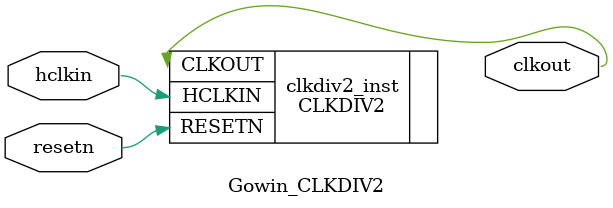
<source format=v>

module Gowin_CLKDIV2 (clkout, hclkin, resetn);

output clkout;
input hclkin;
input resetn;

CLKDIV2 clkdiv2_inst (
    .CLKOUT(clkout),
    .HCLKIN(hclkin),
    .RESETN(resetn)
);

endmodule //Gowin_CLKDIV2

</source>
